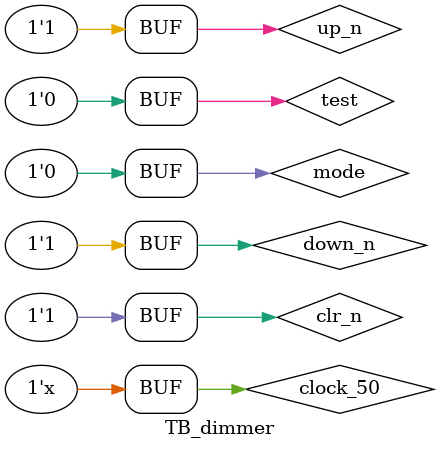
<source format=v>
`timescale 1ns/100ps
module TB_dimmer();
	reg clock_50;
	reg up_n;
	reg down_n;
	reg test;
	reg mode;
	reg clr_n;
	wire [9:0] leds;
	wire [3:0] stepcounter;
	wire [17:0] cyclecounter;

	dimmer U1(clock_50, clr_n, up_n, down_n, test, mode, leds, stepcounter, cyclecounter);

	initial begin
		clock_50 = 0;
		clr_n = 1;
		up_n = 1;
		down_n = 1;
		test = 0;
		mode = 0;
		#100 clr_n = 0;
		#50 clr_n = 1;
		#100 up_n = 0;
		#20 up_n = 1;
	end

	always begin
		#20 clock_50 = ~clock_50;
	end
endmodule
</source>
